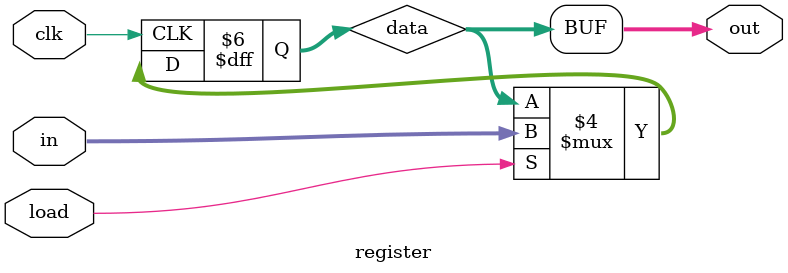
<source format=sv>
module register #(parameter width = 16)
(
    input clk,
    input load,
    input [width-1:0] in,
    output logic [width-1:0] out
);

logic [width-1:0] data;

/* Altera device registers are 0 at power on. Specify this
 * so that Modelsim works as expected.
 */

always_ff @(posedge clk)
begin
    if (load)
    begin
        data = in;
    end
end

always_comb
begin
    out = data;
end

endmodule : register

</source>
